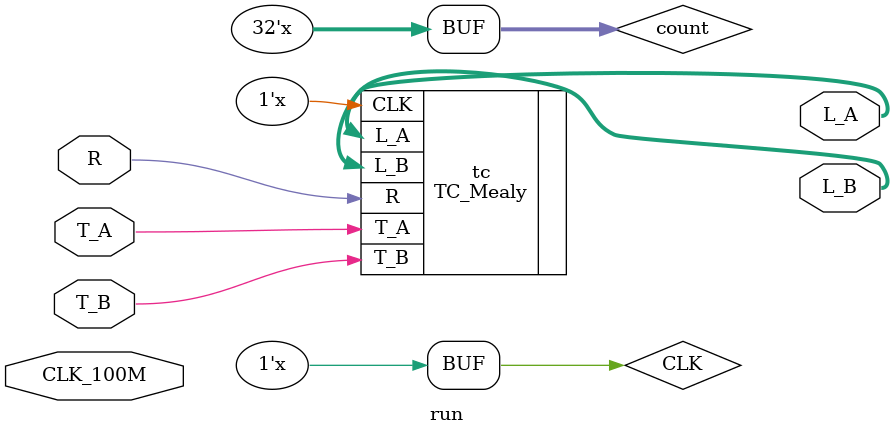
<source format=v>
`timescale 1ns / 1ps
module run(
  input wire CLK_100M,
  input wire R,
  input wire T_A, T_B,
  output wire[2:0] L_A,
  output wire[2:0] L_B
);

  reg[31:0] count; // Count of the clock pulse from 100M clock
  reg CLK;         // Inner clock of tick per 5 seconds
  
  // Instance
  TC_Mealy tc(
    .CLK(CLK),
    .R(R),
    .T_A(T_A), .T_B(T_B),
    .L_A(L_A), .L_B(L_B)
  );
  
  // Initialization
  initial begin
    // Init: clock pulse count begins with 0
    count <= 0;
    
    // Init: inner clock begins with low level
    CLK <= 1'b0;
  end
  
  // Clock transformation
  always@(CLK_100M) begin
    count = count + 1;
    if(count == 500000000) CLK = !CLK;
  end

endmodule

</source>
